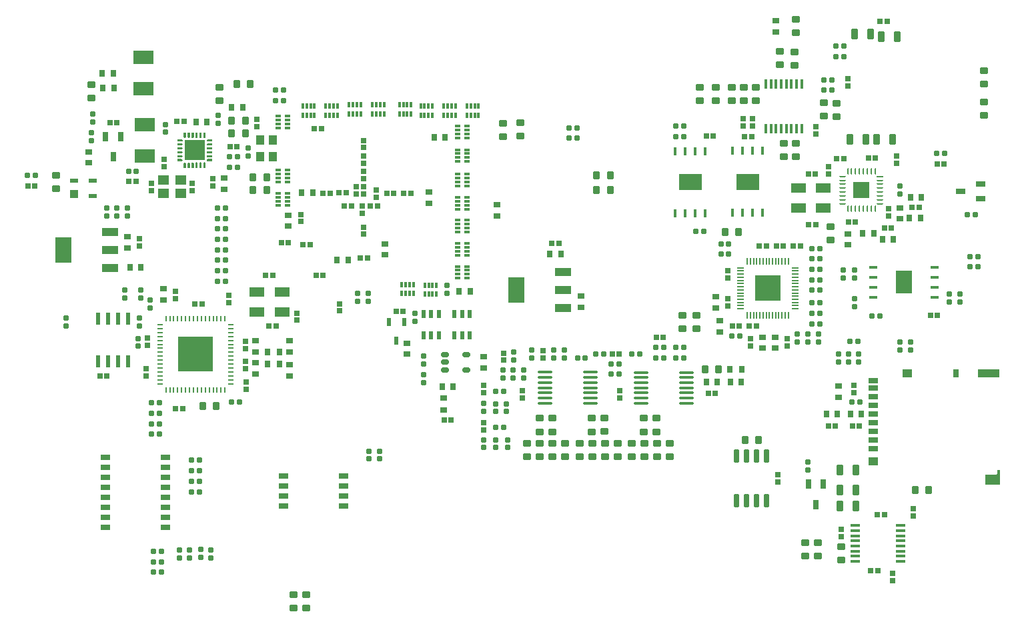
<source format=gbp>
G04*
G04 #@! TF.GenerationSoftware,Altium Limited,Altium Designer,23.10.1 (27)*
G04*
G04 Layer_Color=128*
%FSLAX44Y44*%
%MOMM*%
G71*
G04*
G04 #@! TF.SameCoordinates,A260BEBF-06BD-4FBC-8D66-A32A8B5517DE*
G04*
G04*
G04 #@! TF.FilePolarity,Positive*
G04*
G01*
G75*
%ADD25R,0.8000X1.0000*%
%ADD32R,0.6400X0.6400*%
%ADD33R,0.9500X0.7500*%
G04:AMPARAMS|DCode=41|XSize=0.6mm|YSize=0.6mm|CornerRadius=0.06mm|HoleSize=0mm|Usage=FLASHONLY|Rotation=90.000|XOffset=0mm|YOffset=0mm|HoleType=Round|Shape=RoundedRectangle|*
%AMROUNDEDRECTD41*
21,1,0.6000,0.4800,0,0,90.0*
21,1,0.4800,0.6000,0,0,90.0*
1,1,0.1200,0.2400,0.2400*
1,1,0.1200,0.2400,-0.2400*
1,1,0.1200,-0.2400,-0.2400*
1,1,0.1200,-0.2400,0.2400*
%
%ADD41ROUNDEDRECTD41*%
%ADD42R,0.7500X0.9500*%
%ADD51R,0.6000X1.5500*%
G04:AMPARAMS|DCode=54|XSize=0.6mm|YSize=0.6mm|CornerRadius=0.06mm|HoleSize=0mm|Usage=FLASHONLY|Rotation=180.000|XOffset=0mm|YOffset=0mm|HoleType=Round|Shape=RoundedRectangle|*
%AMROUNDEDRECTD54*
21,1,0.6000,0.4800,0,0,180.0*
21,1,0.4800,0.6000,0,0,180.0*
1,1,0.1200,-0.2400,0.2400*
1,1,0.1200,0.2400,0.2400*
1,1,0.1200,0.2400,-0.2400*
1,1,0.1200,-0.2400,-0.2400*
%
%ADD54ROUNDEDRECTD54*%
G04:AMPARAMS|DCode=58|XSize=1mm|YSize=0.9mm|CornerRadius=0.1125mm|HoleSize=0mm|Usage=FLASHONLY|Rotation=0.000|XOffset=0mm|YOffset=0mm|HoleType=Round|Shape=RoundedRectangle|*
%AMROUNDEDRECTD58*
21,1,1.0000,0.6750,0,0,0.0*
21,1,0.7750,0.9000,0,0,0.0*
1,1,0.2250,0.3875,-0.3375*
1,1,0.2250,-0.3875,-0.3375*
1,1,0.2250,-0.3875,0.3375*
1,1,0.2250,0.3875,0.3375*
%
%ADD58ROUNDEDRECTD58*%
G04:AMPARAMS|DCode=137|XSize=1mm|YSize=0.9mm|CornerRadius=0.1125mm|HoleSize=0mm|Usage=FLASHONLY|Rotation=90.000|XOffset=0mm|YOffset=0mm|HoleType=Round|Shape=RoundedRectangle|*
%AMROUNDEDRECTD137*
21,1,1.0000,0.6750,0,0,90.0*
21,1,0.7750,0.9000,0,0,90.0*
1,1,0.2250,0.3375,0.3875*
1,1,0.2250,0.3375,-0.3875*
1,1,0.2250,-0.3375,-0.3875*
1,1,0.2250,-0.3375,0.3875*
%
%ADD137ROUNDEDRECTD137*%
%ADD138R,0.3000X0.6500*%
%ADD139R,0.6400X0.6400*%
G04:AMPARAMS|DCode=140|XSize=0.4mm|YSize=1.2mm|CornerRadius=0.05mm|HoleSize=0mm|Usage=FLASHONLY|Rotation=90.000|XOffset=0mm|YOffset=0mm|HoleType=Round|Shape=RoundedRectangle|*
%AMROUNDEDRECTD140*
21,1,0.4000,1.1000,0,0,90.0*
21,1,0.3000,1.2000,0,0,90.0*
1,1,0.1000,0.5500,0.1500*
1,1,0.1000,0.5500,-0.1500*
1,1,0.1000,-0.5500,-0.1500*
1,1,0.1000,-0.5500,0.1500*
%
%ADD140ROUNDEDRECTD140*%
G04:AMPARAMS|DCode=141|XSize=1.3mm|YSize=0.8mm|CornerRadius=0.1mm|HoleSize=0mm|Usage=FLASHONLY|Rotation=90.000|XOffset=0mm|YOffset=0mm|HoleType=Round|Shape=RoundedRectangle|*
%AMROUNDEDRECTD141*
21,1,1.3000,0.6000,0,0,90.0*
21,1,1.1000,0.8000,0,0,90.0*
1,1,0.2000,0.3000,0.5500*
1,1,0.2000,0.3000,-0.5500*
1,1,0.2000,-0.3000,-0.5500*
1,1,0.2000,-0.3000,0.5500*
%
%ADD141ROUNDEDRECTD141*%
%ADD142R,1.2700X0.7600*%
%ADD143R,0.6000X1.0000*%
G04:AMPARAMS|DCode=144|XSize=1.05mm|YSize=0.6mm|CornerRadius=0.15mm|HoleSize=0mm|Usage=FLASHONLY|Rotation=180.000|XOffset=0mm|YOffset=0mm|HoleType=Round|Shape=RoundedRectangle|*
%AMROUNDEDRECTD144*
21,1,1.0500,0.3000,0,0,180.0*
21,1,0.7500,0.6000,0,0,180.0*
1,1,0.3000,-0.3750,0.1500*
1,1,0.3000,0.3750,0.1500*
1,1,0.3000,0.3750,-0.1500*
1,1,0.3000,-0.3750,-0.1500*
%
%ADD144ROUNDEDRECTD144*%
%ADD145O,2.0000X0.3500*%
G04:AMPARAMS|DCode=146|XSize=0.4mm|YSize=1.2mm|CornerRadius=0.05mm|HoleSize=0mm|Usage=FLASHONLY|Rotation=180.000|XOffset=0mm|YOffset=0mm|HoleType=Round|Shape=RoundedRectangle|*
%AMROUNDEDRECTD146*
21,1,0.4000,1.1000,0,0,180.0*
21,1,0.3000,1.2000,0,0,180.0*
1,1,0.1000,-0.1500,0.5500*
1,1,0.1000,0.1500,0.5500*
1,1,0.1000,0.1500,-0.5500*
1,1,0.1000,-0.1500,-0.5500*
%
%ADD146ROUNDEDRECTD146*%
%ADD147R,1.2000X0.6500*%
G04:AMPARAMS|DCode=148|XSize=0.8078mm|YSize=0.2393mm|CornerRadius=0.1196mm|HoleSize=0mm|Usage=FLASHONLY|Rotation=180.000|XOffset=0mm|YOffset=0mm|HoleType=Round|Shape=RoundedRectangle|*
%AMROUNDEDRECTD148*
21,1,0.8078,0.0000,0,0,180.0*
21,1,0.5686,0.2393,0,0,180.0*
1,1,0.2393,-0.2843,0.0000*
1,1,0.2393,0.2843,0.0000*
1,1,0.2393,0.2843,0.0000*
1,1,0.2393,-0.2843,0.0000*
%
%ADD148ROUNDEDRECTD148*%
G04:AMPARAMS|DCode=149|XSize=0.2393mm|YSize=0.8078mm|CornerRadius=0.1196mm|HoleSize=0mm|Usage=FLASHONLY|Rotation=180.000|XOffset=0mm|YOffset=0mm|HoleType=Round|Shape=RoundedRectangle|*
%AMROUNDEDRECTD149*
21,1,0.2393,0.5686,0,0,180.0*
21,1,0.0000,0.8078,0,0,180.0*
1,1,0.2393,0.0000,0.2843*
1,1,0.2393,0.0000,0.2843*
1,1,0.2393,0.0000,-0.2843*
1,1,0.2393,0.0000,-0.2843*
%
%ADD149ROUNDEDRECTD149*%
%ADD150R,1.9000X1.2000*%
G04:AMPARAMS|DCode=153|XSize=1.0611mm|YSize=0.3925mm|CornerRadius=0.1962mm|HoleSize=0mm|Usage=FLASHONLY|Rotation=90.000|XOffset=0mm|YOffset=0mm|HoleType=Round|Shape=RoundedRectangle|*
%AMROUNDEDRECTD153*
21,1,1.0611,0.0000,0,0,90.0*
21,1,0.6686,0.3925,0,0,90.0*
1,1,0.3925,0.0000,0.3343*
1,1,0.3925,0.0000,-0.3343*
1,1,0.3925,0.0000,-0.3343*
1,1,0.3925,0.0000,0.3343*
%
%ADD153ROUNDEDRECTD153*%
G04:AMPARAMS|DCode=155|XSize=1.0611mm|YSize=0.3925mm|CornerRadius=0.1962mm|HoleSize=0mm|Usage=FLASHONLY|Rotation=0.000|XOffset=0mm|YOffset=0mm|HoleType=Round|Shape=RoundedRectangle|*
%AMROUNDEDRECTD155*
21,1,1.0611,0.0000,0,0,0.0*
21,1,0.6686,0.3925,0,0,0.0*
1,1,0.3925,0.3343,0.0000*
1,1,0.3925,-0.3343,0.0000*
1,1,0.3925,-0.3343,0.0000*
1,1,0.3925,0.3343,0.0000*
%
%ADD155ROUNDEDRECTD155*%
%ADD156R,2.8000X1.0000*%
%ADD157R,1.2000X1.0000*%
%ADD158R,3.2000X3.2000*%
%ADD159R,0.2000X0.8500*%
%ADD160R,0.9500X0.8000*%
%ADD161C,1.1447*%
%ADD162R,1.2000X0.7000*%
%ADD163R,0.6500X1.2000*%
%ADD164R,2.1500X1.0000*%
G04:AMPARAMS|DCode=165|XSize=0.65mm|YSize=1.65mm|CornerRadius=0.0488mm|HoleSize=0mm|Usage=FLASHONLY|Rotation=0.000|XOffset=0mm|YOffset=0mm|HoleType=Round|Shape=RoundedRectangle|*
%AMROUNDEDRECTD165*
21,1,0.6500,1.5525,0,0,0.0*
21,1,0.5525,1.6500,0,0,0.0*
1,1,0.0975,0.2763,-0.7763*
1,1,0.0975,-0.2763,-0.7763*
1,1,0.0975,-0.2763,0.7763*
1,1,0.0975,0.2763,0.7763*
%
%ADD165ROUNDEDRECTD165*%
%ADD166R,1.1000X1.3000*%
%ADD167R,2.5000X2.5000*%
%ADD168R,1.4000X1.2000*%
%ADD169R,1.0000X1.0000*%
%ADD170O,0.7500X0.2500*%
%ADD171R,4.5000X4.5000*%
%ADD172O,0.2500X0.7500*%
%ADD173R,0.6500X0.3000*%
%ADD174R,0.6400X0.9200*%
%ADD175R,2.1500X3.2500*%
%ADD176R,0.3925X1.0611*%
%ADD177R,1.0611X0.3925*%
%ADD178R,0.8078X0.2393*%
%ADD179C,0.2520*%
%ADD180R,0.8500X0.2000*%
%ADD181R,2.5000X1.7000*%
%ADD182R,1.0000X0.6000*%
%ADD183R,0.9200X0.6400*%
%ADD215R,2.9724X2.0724*%
%ADD216R,2.0724X2.9724*%
%ADD217R,2.0239X2.0239*%
G36*
X633280Y887807D02*
X633674Y887413D01*
X633887Y886898D01*
Y886620D01*
Y886341D01*
X633674Y885827D01*
X633280Y885433D01*
X632766Y885220D01*
X626987D01*
Y888020D01*
X632766D01*
X633280Y887807D01*
D02*
G37*
G36*
X632487Y893020D02*
X632766D01*
X633280Y892807D01*
X633674Y892413D01*
X633887Y891898D01*
Y891620D01*
Y891341D01*
X633674Y890827D01*
X633280Y890433D01*
X632766Y890220D01*
X626987D01*
Y893020D01*
X632487D01*
Y893020D01*
D02*
G37*
G36*
X633280Y897807D02*
X633674Y897413D01*
X633887Y896898D01*
Y896620D01*
Y896341D01*
X633674Y895827D01*
X633280Y895433D01*
X632766Y895220D01*
X626987D01*
Y898020D01*
X632766D01*
X633280Y897807D01*
D02*
G37*
G36*
X637556Y883532D02*
X637949Y883138D01*
X638162Y882624D01*
Y882345D01*
Y876845D01*
X635363D01*
Y882345D01*
Y882624D01*
X635576Y883138D01*
X635970Y883532D01*
X636484Y883745D01*
X637041D01*
X637556Y883532D01*
D02*
G37*
G36*
X642555D02*
X642949Y883138D01*
X643163Y882624D01*
Y882345D01*
X643163Y876845D01*
X640362D01*
Y882345D01*
Y882624D01*
X640576Y883138D01*
X640969Y883532D01*
X641484Y883745D01*
X642041D01*
X642555Y883532D01*
D02*
G37*
G36*
X647556D02*
X647949Y883138D01*
X648163Y882624D01*
Y882345D01*
Y876845D01*
X645362D01*
Y882345D01*
Y882624D01*
X645576Y883138D01*
X645969Y883532D01*
X646484Y883745D01*
X647041D01*
X647556Y883532D01*
D02*
G37*
G36*
X633280Y902807D02*
X633674Y902413D01*
X633887Y901898D01*
Y901620D01*
Y901341D01*
X633674Y900827D01*
X633280Y900433D01*
X632766Y900220D01*
X626987D01*
Y903020D01*
X632766D01*
X633280Y902807D01*
D02*
G37*
G36*
Y907807D02*
X633674Y907413D01*
X633887Y906898D01*
Y906620D01*
Y906341D01*
X633674Y905827D01*
X633280Y905433D01*
X632766Y905220D01*
X632487D01*
X626987Y905220D01*
Y908020D01*
X632766D01*
X633280Y907807D01*
D02*
G37*
G36*
Y912807D02*
X633674Y912413D01*
X633887Y911898D01*
Y911620D01*
Y911341D01*
X633674Y910827D01*
X633280Y910433D01*
X632766Y910220D01*
X626987D01*
Y913020D01*
X632766D01*
X633280Y912807D01*
D02*
G37*
G36*
X638162Y915895D02*
Y915617D01*
X637949Y915102D01*
X637556Y914708D01*
X637041Y914495D01*
X636484D01*
X635970Y914708D01*
X635576Y915102D01*
X635363Y915617D01*
Y915895D01*
Y921395D01*
X638162D01*
Y915895D01*
D02*
G37*
G36*
X643163D02*
X643163D01*
Y915617D01*
X642949Y915102D01*
X642555Y914708D01*
X642041Y914495D01*
X641484D01*
X640969Y914708D01*
X640576Y915102D01*
X640362Y915617D01*
Y915895D01*
Y921395D01*
X643163D01*
Y915895D01*
D02*
G37*
G36*
X648163D02*
Y915617D01*
X647949Y915102D01*
X647556Y914708D01*
X647041Y914495D01*
X646484D01*
X645969Y914708D01*
X645576Y915102D01*
X645362Y915617D01*
Y915895D01*
Y921395D01*
X648163D01*
Y915895D01*
D02*
G37*
G36*
X663163D02*
Y915617D01*
X662949Y915102D01*
X662555Y914708D01*
X662041Y914495D01*
X661484D01*
X660969Y914708D01*
X660576Y915102D01*
X660362Y915617D01*
Y915895D01*
Y921395D01*
X663163D01*
Y915895D01*
D02*
G37*
G36*
X658163D02*
Y915617D01*
X657949Y915102D01*
X657556Y914708D01*
X657041Y914495D01*
X656484D01*
X655969Y914708D01*
X655576Y915102D01*
X655362Y915617D01*
Y915895D01*
X655362Y921395D01*
X658163D01*
Y915895D01*
D02*
G37*
G36*
X653163D02*
Y915617D01*
X652949Y915102D01*
X652555Y914708D01*
X652041Y914495D01*
X651484D01*
X650969Y914708D01*
X650576Y915102D01*
X650362Y915617D01*
Y915895D01*
Y921395D01*
X653163D01*
Y915895D01*
D02*
G37*
G36*
X671537Y910220D02*
X665759D01*
X665245Y910433D01*
X664851Y910827D01*
X664638Y911341D01*
Y911620D01*
Y911898D01*
X664851Y912413D01*
X665245Y912807D01*
X665759Y913020D01*
X671537D01*
Y910220D01*
D02*
G37*
G36*
Y905220D02*
X666038D01*
Y905220D01*
X665759D01*
X665245Y905433D01*
X664851Y905827D01*
X664638Y906341D01*
Y906620D01*
Y906898D01*
X664851Y907413D01*
X665245Y907807D01*
X665759Y908020D01*
X671537D01*
Y905220D01*
D02*
G37*
G36*
Y900220D02*
X665759D01*
X665245Y900433D01*
X664851Y900827D01*
X664638Y901341D01*
Y901620D01*
Y901898D01*
X664851Y902413D01*
X665245Y902807D01*
X665759Y903020D01*
X671537D01*
Y900220D01*
D02*
G37*
G36*
Y895220D02*
X665759D01*
X665245Y895433D01*
X664851Y895827D01*
X664638Y896341D01*
Y896620D01*
Y896898D01*
X664851Y897413D01*
X665245Y897807D01*
X665759Y898020D01*
X671537D01*
Y895220D01*
D02*
G37*
G36*
Y890220D02*
X665759D01*
X665245Y890433D01*
X664851Y890827D01*
X664638Y891341D01*
Y891620D01*
Y891898D01*
X664851Y892413D01*
X665245Y892807D01*
X665759Y893020D01*
X666038D01*
X671537Y893020D01*
Y890220D01*
D02*
G37*
G36*
Y885220D02*
X665759D01*
X665245Y885433D01*
X664851Y885827D01*
X664638Y886341D01*
Y886620D01*
Y886898D01*
X664851Y887413D01*
X665245Y887807D01*
X665759Y888020D01*
X671537D01*
Y885220D01*
D02*
G37*
G36*
X662555Y883532D02*
X662949Y883138D01*
X663163Y882624D01*
Y882345D01*
Y876845D01*
X660362D01*
Y882345D01*
Y882624D01*
X660576Y883138D01*
X660969Y883532D01*
X661484Y883745D01*
X662041D01*
X662555Y883532D01*
D02*
G37*
G36*
X657556D02*
X657949Y883138D01*
X658163Y882624D01*
Y882345D01*
Y876845D01*
X655362D01*
Y882345D01*
X655362D01*
Y882624D01*
X655576Y883138D01*
X655969Y883532D01*
X656484Y883745D01*
X657041D01*
X657556Y883532D01*
D02*
G37*
G36*
X652555D02*
X652949Y883138D01*
X653163Y882624D01*
Y882345D01*
Y876845D01*
X650362D01*
Y882345D01*
Y882624D01*
X650576Y883138D01*
X650969Y883532D01*
X651484Y883745D01*
X652041D01*
X652555Y883532D01*
D02*
G37*
G36*
X1671350Y474346D02*
X1652350D01*
Y487346D01*
X1666350D01*
X1667850Y488846D01*
Y492846D01*
X1671350D01*
Y474346D01*
D02*
G37*
D25*
X1615850Y615846D02*
D03*
D32*
X1470000Y417600D02*
D03*
Y408400D02*
D03*
X1540000Y891600D02*
D03*
Y882400D02*
D03*
X1453725Y869139D02*
D03*
Y878339D02*
D03*
X728000Y938600D02*
D03*
Y929400D02*
D03*
X864000Y862730D02*
D03*
Y871930D02*
D03*
Y843400D02*
D03*
Y852600D02*
D03*
X854000Y843400D02*
D03*
Y852600D02*
D03*
X861963Y819360D02*
D03*
Y828560D02*
D03*
X1065324Y584600D02*
D03*
X1188720Y584680D02*
D03*
X1478280Y990120D02*
D03*
X1437640Y929160D02*
D03*
X1357652Y939320D02*
D03*
X1345473D02*
D03*
X1530350Y825020D02*
D03*
X880000Y839400D02*
D03*
X1485900Y600776D02*
D03*
X1401587Y659920D02*
D03*
X1354370Y650720D02*
D03*
X1561000Y443600D02*
D03*
X1535000Y352400D02*
D03*
X1389380Y478000D02*
D03*
X1325880Y737080D02*
D03*
Y701520D02*
D03*
X864000Y902400D02*
D03*
Y891600D02*
D03*
Y801600D02*
D03*
X784000Y808480D02*
D03*
X610870Y878050D02*
D03*
X672467Y853534D02*
D03*
X646430Y856770D02*
D03*
X594795Y847570D02*
D03*
X579000Y786600D02*
D03*
X833000Y704200D02*
D03*
X779331Y683177D02*
D03*
X693000Y714600D02*
D03*
X714000Y647400D02*
D03*
Y622000D02*
D03*
X715000Y595800D02*
D03*
X625000Y719600D02*
D03*
X589000Y660600D02*
D03*
X588000Y612400D02*
D03*
X1485900Y591576D02*
D03*
X1530350Y815820D02*
D03*
X1478280Y980920D02*
D03*
X693000Y705400D02*
D03*
X589000Y651400D02*
D03*
X715000Y605000D02*
D03*
X588000Y621600D02*
D03*
X1016000Y544196D02*
D03*
X784000Y817679D02*
D03*
X880000Y848600D02*
D03*
X1016000Y590945D02*
D03*
X1091578Y635480D02*
D03*
X1041400Y641585D02*
D03*
X625000Y710400D02*
D03*
X864000Y792400D02*
D03*
Y911600D02*
D03*
Y882400D02*
D03*
X1389380Y487200D02*
D03*
X1325880Y710720D02*
D03*
Y746280D02*
D03*
X1016000Y553396D02*
D03*
X1091578Y644680D02*
D03*
X1016000Y600144D02*
D03*
X1041400Y632385D02*
D03*
X779331Y692377D02*
D03*
X1401587Y650720D02*
D03*
X1354370Y659920D02*
D03*
X833000Y695000D02*
D03*
X1345473Y930120D02*
D03*
X1357652D02*
D03*
X1437640Y919960D02*
D03*
X579000Y777400D02*
D03*
X1561000Y434400D02*
D03*
X1535000Y361600D02*
D03*
X1065324Y593800D02*
D03*
X1188720Y593880D02*
D03*
X714000Y656600D02*
D03*
Y631200D02*
D03*
X646430Y847570D02*
D03*
X594795Y856770D02*
D03*
X610870Y887250D02*
D03*
X672467Y862735D02*
D03*
D33*
X1016000Y636920D02*
D03*
X919000Y640000D02*
D03*
X1386840Y1049640D02*
D03*
X1544320Y826150D02*
D03*
X947000Y846000D02*
D03*
X1033000Y830000D02*
D03*
X1478280Y779130D02*
D03*
X1466850Y599578D02*
D03*
X890730Y766290D02*
D03*
X1310640Y699120D02*
D03*
X1315720Y668640D02*
D03*
X1140000Y714000D02*
D03*
X768000Y802482D02*
D03*
X514682Y883270D02*
D03*
X686816Y849488D02*
D03*
X564000Y789000D02*
D03*
X769620Y657240D02*
D03*
X726440Y615300D02*
D03*
Y643240D02*
D03*
X769620Y612760D02*
D03*
X610000Y723000D02*
D03*
X1466850Y585578D02*
D03*
X1544320Y812150D02*
D03*
X947000Y832000D02*
D03*
X1478280Y793130D02*
D03*
X768000Y816481D02*
D03*
X1033000Y816000D02*
D03*
X769620Y626760D02*
D03*
Y643240D02*
D03*
X1140000Y700000D02*
D03*
X1310640Y713120D02*
D03*
X890730Y780290D02*
D03*
X919000Y654000D02*
D03*
X1315720Y682640D02*
D03*
X1386840Y1063640D02*
D03*
X564000Y775000D02*
D03*
X1016000Y622920D02*
D03*
X610000Y709000D02*
D03*
X726440Y657240D02*
D03*
Y629300D02*
D03*
X686816Y863488D02*
D03*
X514682Y897270D02*
D03*
D41*
X1633000Y751000D02*
D03*
X1643000D02*
D03*
X1124590Y927689D02*
D03*
X1134590D02*
D03*
Y914400D02*
D03*
X1124590D02*
D03*
X1178165Y627968D02*
D03*
X1158320Y640080D02*
D03*
X1269920Y635351D02*
D03*
Y648639D02*
D03*
X1473120Y1017952D02*
D03*
X1601000Y895000D02*
D03*
X703500Y877392D02*
D03*
X565230Y872364D02*
D03*
X447000Y867000D02*
D03*
X1643000Y764000D02*
D03*
X1633000D02*
D03*
X1640000Y817000D02*
D03*
X1630000D02*
D03*
X688345Y732766D02*
D03*
X678345D02*
D03*
Y746055D02*
D03*
X688345D02*
D03*
X678345Y759343D02*
D03*
X688345D02*
D03*
X678345Y772632D02*
D03*
X688345D02*
D03*
X678505Y785920D02*
D03*
X688505D02*
D03*
X678345Y799209D02*
D03*
X688345D02*
D03*
X678345Y812497D02*
D03*
X688345D02*
D03*
X678345Y825786D02*
D03*
X688345D02*
D03*
X604440Y578399D02*
D03*
X594440D02*
D03*
X604440Y565110D02*
D03*
X594440D02*
D03*
X604440Y551768D02*
D03*
X594440D02*
D03*
X604440Y538480D02*
D03*
X594440D02*
D03*
X655320Y505460D02*
D03*
X645320D02*
D03*
X655240Y492172D02*
D03*
X645240D02*
D03*
X655320Y478883D02*
D03*
X645320D02*
D03*
X655240Y464820D02*
D03*
X645240D02*
D03*
X607060Y363220D02*
D03*
X597060D02*
D03*
X606980Y376508D02*
D03*
X596980D02*
D03*
X606980Y389797D02*
D03*
X596980D02*
D03*
X1490900Y656035D02*
D03*
X1480900D02*
D03*
X1493440Y579120D02*
D03*
X1483440D02*
D03*
X1591000Y895000D02*
D03*
X1168320Y640080D02*
D03*
X1442640Y761226D02*
D03*
X1432640D02*
D03*
X703500Y890680D02*
D03*
X693500D02*
D03*
X1518840Y688366D02*
D03*
X1442640Y692057D02*
D03*
X1285320Y796306D02*
D03*
X1259920Y929640D02*
D03*
Y916234D02*
D03*
X751920Y962072D02*
D03*
X1331040Y662906D02*
D03*
X1031320Y546810D02*
D03*
X1234520Y648639D02*
D03*
X1031320Y592530D02*
D03*
X1442640Y678768D02*
D03*
X1259920Y648639D02*
D03*
X1204040Y640351D02*
D03*
X1508840Y688366D02*
D03*
X1341040Y662906D02*
D03*
X761920Y975360D02*
D03*
X751920D02*
D03*
X761920Y962072D02*
D03*
X1317070Y780368D02*
D03*
X1327070D02*
D03*
X1442640Y774514D02*
D03*
X1432640D02*
D03*
X1317150Y767080D02*
D03*
X1327150D02*
D03*
X1442640Y747937D02*
D03*
X1432640D02*
D03*
X1442560Y734649D02*
D03*
X1432560D02*
D03*
X1269920Y916234D02*
D03*
X1442560Y721360D02*
D03*
X1432560D02*
D03*
X1442640Y705346D02*
D03*
X1432640D02*
D03*
X1269920Y929640D02*
D03*
X1432640Y692057D02*
D03*
X1295320Y796306D02*
D03*
X1432640Y678768D02*
D03*
X1473120Y1031240D02*
D03*
X1463120D02*
D03*
Y1017952D02*
D03*
X1447880Y975360D02*
D03*
X1457880D02*
D03*
X1447880Y988649D02*
D03*
X1457880D02*
D03*
X1244520Y648639D02*
D03*
X1234600Y635351D02*
D03*
X1244600D02*
D03*
X1259920D02*
D03*
X1214040Y640351D02*
D03*
X1145031Y635472D02*
D03*
X1135032D02*
D03*
X1178165Y614680D02*
D03*
X1188165D02*
D03*
Y627968D02*
D03*
X1041320Y546810D02*
D03*
Y592530D02*
D03*
X696040Y579120D02*
D03*
X706040D02*
D03*
X575230Y872364D02*
D03*
X693500Y877392D02*
D03*
X437000Y867000D02*
D03*
D42*
X798958Y844836D02*
D03*
X784958D02*
D03*
X977280Y598869D02*
D03*
X1312645Y604496D02*
D03*
X1557640Y839470D02*
D03*
X967120Y915670D02*
D03*
X1536080Y785760D02*
D03*
X1343040Y604496D02*
D03*
X1481440Y563880D02*
D03*
X1450960D02*
D03*
X1114000Y767000D02*
D03*
X998870Y719563D02*
D03*
X710100Y953180D02*
D03*
X664860Y934720D02*
D03*
X532100Y996950D02*
D03*
X532750Y977900D02*
D03*
X829921Y760000D02*
D03*
X581000Y750000D02*
D03*
X1571640Y839470D02*
D03*
X1522080Y785760D02*
D03*
X1100000Y767000D02*
D03*
X843921Y760000D02*
D03*
X984870Y719563D02*
D03*
X1464960Y563880D02*
D03*
X1495440D02*
D03*
X953120Y915670D02*
D03*
X567000Y750000D02*
D03*
X1329040Y604496D02*
D03*
X1298645Y604496D02*
D03*
X963280Y598869D02*
D03*
X696100Y953180D02*
D03*
X650860Y934720D02*
D03*
X546100Y996950D02*
D03*
X546750Y977900D02*
D03*
D51*
X527050Y684860D02*
D03*
X539750D02*
D03*
X552450D02*
D03*
X565150D02*
D03*
X552450Y630860D02*
D03*
X527050D02*
D03*
X539750D02*
D03*
X565150D02*
D03*
D54*
X593000Y699000D02*
D03*
Y709000D02*
D03*
X929000Y692000D02*
D03*
Y682000D02*
D03*
X940000Y604000D02*
D03*
X1031240Y521490D02*
D03*
X1016000D02*
D03*
X1031240Y567210D02*
D03*
X1016000Y567290D02*
D03*
X1053512Y609680D02*
D03*
X1040223D02*
D03*
X1118188Y635472D02*
D03*
X1076960D02*
D03*
X1544320Y843360D02*
D03*
X1427480Y502840D02*
D03*
X716788Y901907D02*
D03*
X520000Y945000D02*
D03*
X486000Y676000D02*
D03*
Y686000D02*
D03*
X560796Y721608D02*
D03*
X560796Y711608D02*
D03*
X580810Y711280D02*
D03*
Y721280D02*
D03*
X550592Y825565D02*
D03*
Y815565D02*
D03*
X563880Y825420D02*
D03*
Y815420D02*
D03*
X537303Y825565D02*
D03*
Y815565D02*
D03*
X969556Y717630D02*
D03*
Y727630D02*
D03*
X884000Y517000D02*
D03*
Y507000D02*
D03*
X870000Y517000D02*
D03*
Y507000D02*
D03*
X579120Y675720D02*
D03*
Y685720D02*
D03*
X1466850Y640000D02*
D03*
Y630000D02*
D03*
X1479550Y640000D02*
D03*
Y630000D02*
D03*
X1492250Y640000D02*
D03*
Y630000D02*
D03*
X1544320Y655240D02*
D03*
Y645240D02*
D03*
X1558290Y645160D02*
D03*
Y655160D02*
D03*
X1544320Y853360D02*
D03*
X630000Y391000D02*
D03*
Y381000D02*
D03*
X643000Y391000D02*
D03*
Y381000D02*
D03*
X657000Y392000D02*
D03*
Y382000D02*
D03*
X670000Y381000D02*
D03*
Y391000D02*
D03*
X1487186Y710263D02*
D03*
Y700263D02*
D03*
X716788Y891907D02*
D03*
X1016000Y531490D02*
D03*
X1487170Y746680D02*
D03*
X1016000Y577290D02*
D03*
X1104900Y635472D02*
D03*
X869259Y717062D02*
D03*
X855971Y716982D02*
D03*
X1054134Y642969D02*
D03*
X1607114Y706200D02*
D03*
X1472635Y746765D02*
D03*
X1414321Y655320D02*
D03*
X1076960Y645472D02*
D03*
X1620520Y706200D02*
D03*
X1440898Y655320D02*
D03*
X1040223Y619680D02*
D03*
X1427609Y655480D02*
D03*
X940000Y614000D02*
D03*
X1427480Y492840D02*
D03*
X855971Y706982D02*
D03*
X869259Y707062D02*
D03*
X1472635Y736765D02*
D03*
X1487170Y736680D02*
D03*
X1620520Y716200D02*
D03*
X1607114D02*
D03*
X1414321Y665320D02*
D03*
X1440898D02*
D03*
X1427609Y665480D02*
D03*
X1118188Y645472D02*
D03*
X1104900D02*
D03*
X1066800Y619680D02*
D03*
Y609680D02*
D03*
X1054134Y632969D02*
D03*
X1031240Y577210D02*
D03*
X1053512Y619680D02*
D03*
X1044529Y567210D02*
D03*
Y577210D02*
D03*
X1031240Y531490D02*
D03*
X1046480Y521490D02*
D03*
Y531490D02*
D03*
X940000Y638000D02*
D03*
Y628000D02*
D03*
X577810Y650105D02*
D03*
Y660105D02*
D03*
X679450Y933610D02*
D03*
Y943610D02*
D03*
X612024Y921869D02*
D03*
Y931869D02*
D03*
X520000Y935000D02*
D03*
X517821Y911174D02*
D03*
Y921173D02*
D03*
D58*
X1041000Y916500D02*
D03*
Y933500D02*
D03*
X1063000Y917000D02*
D03*
Y934000D02*
D03*
X1087200Y558679D02*
D03*
X1103219D02*
D03*
X1153240D02*
D03*
X1169258Y558800D02*
D03*
X1219200Y558679D02*
D03*
X1235219D02*
D03*
X1463819Y958460D02*
D03*
X1412240Y1048140D02*
D03*
X1410415Y1024040D02*
D03*
X1391920Y1024500D02*
D03*
X1330960Y961780D02*
D03*
X680832Y978780D02*
D03*
X518000Y982500D02*
D03*
X473710Y850020D02*
D03*
X1268000Y689500D02*
D03*
Y672500D02*
D03*
X1651000Y960500D02*
D03*
Y943500D02*
D03*
Y1000500D02*
D03*
Y983500D02*
D03*
X1456690Y802250D02*
D03*
Y785250D02*
D03*
X1286000Y689500D02*
D03*
Y672500D02*
D03*
X680832Y961780D02*
D03*
X1138000Y526660D02*
D03*
X1203960D02*
D03*
X1119237D02*
D03*
X1186056D02*
D03*
X774700Y317382D02*
D03*
X1424161Y383930D02*
D03*
X791090Y317382D02*
D03*
X1470000Y378500D02*
D03*
X1440180Y383930D02*
D03*
X1252016Y526660D02*
D03*
X1087200D02*
D03*
X1440180Y400930D02*
D03*
X1290320Y978780D02*
D03*
Y961780D02*
D03*
X1447800Y959731D02*
D03*
Y942730D02*
D03*
X1463819Y941460D02*
D03*
X1361440Y978780D02*
D03*
Y961780D02*
D03*
X1412240Y1065140D02*
D03*
X1310640Y961780D02*
D03*
Y978780D02*
D03*
X1410415Y1007040D02*
D03*
X1397000Y890660D02*
D03*
Y907660D02*
D03*
X1391920Y1007500D02*
D03*
X1330960Y978780D02*
D03*
X1412240Y890660D02*
D03*
Y907660D02*
D03*
X1346200Y978780D02*
D03*
Y961780D02*
D03*
X1235219Y541679D02*
D03*
X1219200D02*
D03*
X1219979Y509660D02*
D03*
Y526660D02*
D03*
X1235997Y509660D02*
D03*
Y526660D02*
D03*
X1203960Y509660D02*
D03*
X1252016D02*
D03*
X1470000Y395500D02*
D03*
X1087200Y541679D02*
D03*
X1103219D02*
D03*
X1169258Y541800D02*
D03*
X1153240Y541679D02*
D03*
X1087200Y509660D02*
D03*
X1103219D02*
D03*
Y526660D02*
D03*
X1170037Y509660D02*
D03*
Y526660D02*
D03*
X1154018Y509660D02*
D03*
Y526660D02*
D03*
X1138000Y509660D02*
D03*
X1186056D02*
D03*
X1071181D02*
D03*
Y526660D02*
D03*
X1119237Y509660D02*
D03*
X791090Y334382D02*
D03*
X1424161Y400930D02*
D03*
X774700Y334382D02*
D03*
X518000Y965500D02*
D03*
X473710Y867020D02*
D03*
D137*
X1159500Y867000D02*
D03*
X1176500D02*
D03*
X1159500Y849000D02*
D03*
X1176500D02*
D03*
X1580500Y468000D02*
D03*
X659520Y574040D02*
D03*
X740500Y848343D02*
D03*
X702700Y982980D02*
D03*
X719700D02*
D03*
X723500Y848343D02*
D03*
Y864361D02*
D03*
X740500D02*
D03*
X1339280Y795400D02*
D03*
X1322280D02*
D03*
X1563500Y468000D02*
D03*
X1314060Y620764D02*
D03*
X1297060D02*
D03*
X1364860Y530860D02*
D03*
X1347860D02*
D03*
X676520Y574040D02*
D03*
X696350Y936911D02*
D03*
X713350D02*
D03*
X713383Y920892D02*
D03*
X696384D02*
D03*
D138*
X970359Y943540D02*
D03*
X975359D02*
D03*
X980359D02*
D03*
X965359Y943540D02*
D03*
X965359Y955040D02*
D03*
X970359D02*
D03*
X975359D02*
D03*
X980359D02*
D03*
X801389D02*
D03*
X796389D02*
D03*
X791389D02*
D03*
X786389D02*
D03*
X791389Y943540D02*
D03*
X786389D02*
D03*
X801389D02*
D03*
X796389D02*
D03*
X815677Y955040D02*
D03*
X820677D02*
D03*
X825677Y955040D02*
D03*
X830677D02*
D03*
X815677Y943540D02*
D03*
X820677D02*
D03*
X825677D02*
D03*
X830677D02*
D03*
X860000Y956655D02*
D03*
X855000D02*
D03*
X850000D02*
D03*
X845000D02*
D03*
X855000Y945155D02*
D03*
X850000D02*
D03*
X845000D02*
D03*
X860000Y945155D02*
D03*
X889469Y956655D02*
D03*
X884469D02*
D03*
X879469D02*
D03*
X874469D02*
D03*
X884469Y945155D02*
D03*
X879469D02*
D03*
X874469D02*
D03*
X889469D02*
D03*
X924049D02*
D03*
X909049D02*
D03*
X914049D02*
D03*
X919049D02*
D03*
X909049Y956655D02*
D03*
X914049D02*
D03*
X919049Y956655D02*
D03*
X924049D02*
D03*
X951070Y955040D02*
D03*
X946070D02*
D03*
X941070D02*
D03*
X936070D02*
D03*
X941070Y943540D02*
D03*
X946070D02*
D03*
X951070D02*
D03*
X936070D02*
D03*
X1009647Y955040D02*
D03*
X1004647D02*
D03*
X999647Y955040D02*
D03*
X994647D02*
D03*
X1004647Y943540D02*
D03*
X1009647Y943540D02*
D03*
X994647Y943540D02*
D03*
X999647D02*
D03*
X946230Y727710D02*
D03*
X951230D02*
D03*
X941230Y716210D02*
D03*
X946230D02*
D03*
X951230Y716210D02*
D03*
X956230Y716210D02*
D03*
Y727710D02*
D03*
X941230D02*
D03*
X911942Y717008D02*
D03*
X916941D02*
D03*
X921942D02*
D03*
X926942D02*
D03*
X911942Y728508D02*
D03*
X926942Y728508D02*
D03*
X921942D02*
D03*
X916941D02*
D03*
D139*
X1473085Y888590D02*
D03*
X1463885D02*
D03*
X904720Y694249D02*
D03*
X913920Y694249D02*
D03*
X1310160Y590147D02*
D03*
X1518800Y1063000D02*
D03*
X1600600Y882000D02*
D03*
X1504160Y889000D02*
D03*
X1347160Y916138D02*
D03*
X1559560Y826770D02*
D03*
X1533680Y800108D02*
D03*
X1437160Y869188D02*
D03*
X1487960Y807720D02*
D03*
X1428440Y804893D02*
D03*
X1307620Y916940D02*
D03*
X892901Y844000D02*
D03*
X923424D02*
D03*
X786400Y779000D02*
D03*
X872514Y828195D02*
D03*
X1417843Y777240D02*
D03*
X1582900Y689610D02*
D03*
X1387320Y777240D02*
D03*
X1365974D02*
D03*
X1353030Y675640D02*
D03*
X1483840Y548640D02*
D03*
X1453360D02*
D03*
X1111600Y781000D02*
D03*
X868600Y762000D02*
D03*
X1331440Y675640D02*
D03*
X974880Y556580D02*
D03*
X801322Y926869D02*
D03*
X820985Y844564D02*
D03*
X703100Y903413D02*
D03*
X848600Y828000D02*
D03*
X841600Y845000D02*
D03*
X768340Y781590D02*
D03*
X626370Y935990D02*
D03*
X446600Y854000D02*
D03*
X565630Y859631D02*
D03*
X812320Y740410D02*
D03*
X748600Y740000D02*
D03*
X658600Y704000D02*
D03*
X743400Y675704D02*
D03*
X538000Y612140D02*
D03*
X634200Y571000D02*
D03*
X437400Y854000D02*
D03*
X1478760Y807720D02*
D03*
X1568760Y826770D02*
D03*
X1513360Y889000D02*
D03*
X1591400Y882000D02*
D03*
X1528000Y1063000D02*
D03*
X649400Y704000D02*
D03*
X625000Y571000D02*
D03*
X1102400Y781000D02*
D03*
X1298420Y916940D02*
D03*
X1524480Y800108D02*
D03*
X693900Y903413D02*
D03*
X795600Y779000D02*
D03*
X859400Y762000D02*
D03*
X1179040Y640702D02*
D03*
X832400Y845000D02*
D03*
X902101Y844000D02*
D03*
X881714Y828195D02*
D03*
X839400Y828000D02*
D03*
X528800Y612140D02*
D03*
X759140Y781590D02*
D03*
X811785Y844564D02*
D03*
X914224Y844000D02*
D03*
X810522Y926869D02*
D03*
X1462560Y548640D02*
D03*
X1375174Y777240D02*
D03*
X1356360Y916138D02*
D03*
X1408642Y777240D02*
D03*
X1340640Y675640D02*
D03*
X1493040Y548640D02*
D03*
X1592100Y689610D02*
D03*
X1234920Y661373D02*
D03*
X1244120D02*
D03*
X1188240Y640702D02*
D03*
X803120Y740410D02*
D03*
X1362230Y675640D02*
D03*
X1396520Y777240D02*
D03*
X1427960Y869188D02*
D03*
X1515400Y436000D02*
D03*
X1524600D02*
D03*
X1507400Y365000D02*
D03*
X1516600D02*
D03*
X1300960Y590147D02*
D03*
X965680Y556580D02*
D03*
X1437640Y804893D02*
D03*
X739400Y740000D02*
D03*
X752600Y675704D02*
D03*
X574830Y859631D02*
D03*
X635569Y935990D02*
D03*
X550700Y934280D02*
D03*
X541500D02*
D03*
D140*
X1545000Y422500D02*
D03*
Y416000D02*
D03*
Y409500D02*
D03*
Y403000D02*
D03*
Y396500D02*
D03*
Y390000D02*
D03*
X1545000Y383500D02*
D03*
X1545000Y377000D02*
D03*
X1488000Y422500D02*
D03*
Y403000D02*
D03*
Y396500D02*
D03*
X1488000Y383500D02*
D03*
X1488000Y416000D02*
D03*
Y377000D02*
D03*
Y390000D02*
D03*
Y409500D02*
D03*
D141*
X1487000Y1047000D02*
D03*
X1507000D02*
D03*
X1481000Y913000D02*
D03*
X1501000D02*
D03*
X1535000D02*
D03*
X1515000D02*
D03*
X1541000Y1043000D02*
D03*
X1521000D02*
D03*
X1468280Y467360D02*
D03*
X1488280D02*
D03*
Y447040D02*
D03*
X1468280D02*
D03*
X1488280Y492760D02*
D03*
X1468280D02*
D03*
D142*
X838200Y485140D02*
D03*
Y472440D02*
D03*
Y459740D02*
D03*
Y447040D02*
D03*
X762000Y472440D02*
D03*
Y485140D02*
D03*
Y459740D02*
D03*
Y447040D02*
D03*
X535940Y496570D02*
D03*
Y433070D02*
D03*
Y483870D02*
D03*
Y458470D02*
D03*
Y471170D02*
D03*
Y445770D02*
D03*
Y509270D02*
D03*
Y420370D02*
D03*
X612140Y509270D02*
D03*
Y496570D02*
D03*
Y483870D02*
D03*
Y471170D02*
D03*
Y458470D02*
D03*
Y445770D02*
D03*
Y433070D02*
D03*
Y420370D02*
D03*
D143*
X896000Y681000D02*
D03*
X915000Y681000D02*
D03*
X905500Y657000D02*
D03*
X949429Y664443D02*
D03*
X988697D02*
D03*
X979197D02*
D03*
X939929Y691443D02*
D03*
X998197D02*
D03*
Y664443D02*
D03*
X958929Y691443D02*
D03*
X979197D02*
D03*
X958929Y664443D02*
D03*
X939929D02*
D03*
X949429Y691443D02*
D03*
X988697D02*
D03*
D144*
X966940Y629920D02*
D03*
Y620420D02*
D03*
X966940Y639420D02*
D03*
X993940Y639420D02*
D03*
X993940Y620420D02*
D03*
D145*
X1151680Y597569D02*
D03*
X1273792Y610447D02*
D03*
Y597447D02*
D03*
Y584447D02*
D03*
Y616947D02*
D03*
Y603947D02*
D03*
Y590947D02*
D03*
Y577947D02*
D03*
X1215791Y616947D02*
D03*
X1215791Y610447D02*
D03*
X1215791Y603947D02*
D03*
X1215791Y597447D02*
D03*
X1215791Y590947D02*
D03*
X1215791Y584447D02*
D03*
X1215791Y577947D02*
D03*
X1093680Y578069D02*
D03*
X1093680Y584569D02*
D03*
X1093680Y591069D02*
D03*
X1093680Y597569D02*
D03*
X1093680Y604068D02*
D03*
X1093680Y610569D02*
D03*
X1093680Y617068D02*
D03*
X1151680Y578069D02*
D03*
Y584569D02*
D03*
Y591068D02*
D03*
Y604068D02*
D03*
Y610569D02*
D03*
Y617068D02*
D03*
D146*
X1419750Y983540D02*
D03*
X1374250D02*
D03*
X1380750D02*
D03*
X1387250D02*
D03*
X1393750D02*
D03*
X1400250D02*
D03*
X1406750D02*
D03*
X1413250D02*
D03*
X1374250Y926540D02*
D03*
X1380750D02*
D03*
X1387250D02*
D03*
X1393750D02*
D03*
X1400250D02*
D03*
X1406750D02*
D03*
X1413250D02*
D03*
X1419750D02*
D03*
D147*
X1647000Y837500D02*
D03*
X1621000Y847000D02*
D03*
X1647000Y856500D02*
D03*
D148*
X1519191Y850860D02*
D03*
Y830860D02*
D03*
X1471688Y865860D02*
D03*
Y855860D02*
D03*
Y835860D02*
D03*
X1519191Y845860D02*
D03*
X1471688Y860860D02*
D03*
X1519191Y855860D02*
D03*
X1471688Y840860D02*
D03*
X1519191Y860860D02*
D03*
Y840860D02*
D03*
Y835860D02*
D03*
X1471688Y830860D02*
D03*
Y845860D02*
D03*
Y850860D02*
D03*
D149*
X1497940Y872112D02*
D03*
X1492940Y824608D02*
D03*
X1482940Y872112D02*
D03*
X1477940D02*
D03*
X1502940D02*
D03*
X1487940D02*
D03*
X1492940D02*
D03*
X1507940D02*
D03*
X1512940Y824608D02*
D03*
X1507940D02*
D03*
X1502940D02*
D03*
X1497940D02*
D03*
X1487940D02*
D03*
X1482940D02*
D03*
X1477940D02*
D03*
X1512940Y872112D02*
D03*
D150*
X1447280Y850992D02*
D03*
X1415280Y825992D02*
D03*
X760000Y718901D02*
D03*
X728000Y693901D02*
D03*
X1415280Y850992D02*
D03*
X1447280Y825992D02*
D03*
X728000Y718901D02*
D03*
X760000Y693901D02*
D03*
D153*
X1332230Y819724D02*
D03*
X1259212Y819265D02*
D03*
X1284612Y897775D02*
D03*
X1271911D02*
D03*
X1259212D02*
D03*
X1271911Y819265D02*
D03*
X1284612D02*
D03*
X1297312Y897775D02*
D03*
X1370330Y898234D02*
D03*
X1357630D02*
D03*
X1344930D02*
D03*
X1332230D02*
D03*
X1344930Y819724D02*
D03*
X1357630D02*
D03*
D155*
X1510145Y750570D02*
D03*
Y737870D02*
D03*
Y725170D02*
D03*
X1588655D02*
D03*
Y737870D02*
D03*
Y750570D02*
D03*
Y712470D02*
D03*
D156*
X1657350Y615846D02*
D03*
D157*
X1553850D02*
D03*
X1510850Y504346D02*
D03*
D158*
X1376680Y723739D02*
D03*
D159*
X1386680Y689239D02*
D03*
X1350680D02*
D03*
X1374680Y758239D02*
D03*
X1370680D02*
D03*
X1354680D02*
D03*
X1350680D02*
D03*
X1374680Y689239D02*
D03*
X1402680Y758239D02*
D03*
X1398680D02*
D03*
X1394680D02*
D03*
X1390680D02*
D03*
X1386680D02*
D03*
X1382680D02*
D03*
X1378680D02*
D03*
X1366680D02*
D03*
X1362680D02*
D03*
X1358680D02*
D03*
X1354680Y689239D02*
D03*
X1358680D02*
D03*
X1362680D02*
D03*
X1366680D02*
D03*
X1370680D02*
D03*
X1378680D02*
D03*
X1382680D02*
D03*
X1390680D02*
D03*
X1394680D02*
D03*
X1398680D02*
D03*
X1402680D02*
D03*
D160*
X1386229Y661071D02*
D03*
X1369729Y648072D02*
D03*
Y661071D02*
D03*
X1386229Y648072D02*
D03*
D161*
X1664991Y480706D02*
D03*
D162*
X1510850Y574846D02*
D03*
Y606346D02*
D03*
Y552846D02*
D03*
Y519846D02*
D03*
Y530846D02*
D03*
Y541846D02*
D03*
Y563846D02*
D03*
Y585846D02*
D03*
Y596846D02*
D03*
D163*
X1447140Y475280D02*
D03*
X545725Y890681D02*
D03*
X555225Y916681D02*
D03*
X536225D02*
D03*
X1428140Y475280D02*
D03*
X1437640Y449280D02*
D03*
D164*
X1116370Y744360D02*
D03*
X541541Y795162D02*
D03*
X1116370Y698360D02*
D03*
Y721360D02*
D03*
X541541Y749161D02*
D03*
Y772161D02*
D03*
D165*
X1337207Y510850D02*
D03*
X1375307Y454350D02*
D03*
Y510850D02*
D03*
X1362607Y454350D02*
D03*
X1349907D02*
D03*
X1337207D02*
D03*
X1349907Y510850D02*
D03*
X1362607D02*
D03*
D166*
X748660Y891200D02*
D03*
X732160D02*
D03*
Y912200D02*
D03*
X748660D02*
D03*
D167*
X649262Y899120D02*
D03*
D168*
X631600Y861271D02*
D03*
X609600Y844270D02*
D03*
Y861271D02*
D03*
X631600Y844270D02*
D03*
D169*
X496000Y843400D02*
D03*
D170*
X695490Y677580D02*
D03*
Y657580D02*
D03*
Y632580D02*
D03*
Y627580D02*
D03*
Y617580D02*
D03*
Y607580D02*
D03*
X604990Y672580D02*
D03*
Y612580D02*
D03*
Y677580D02*
D03*
Y667580D02*
D03*
Y662580D02*
D03*
Y657580D02*
D03*
Y652580D02*
D03*
Y642580D02*
D03*
Y637580D02*
D03*
Y632580D02*
D03*
Y627580D02*
D03*
Y622580D02*
D03*
Y617580D02*
D03*
Y607580D02*
D03*
Y602580D02*
D03*
X695490D02*
D03*
Y612580D02*
D03*
Y622580D02*
D03*
Y637580D02*
D03*
Y642580D02*
D03*
Y647580D02*
D03*
Y652580D02*
D03*
Y662580D02*
D03*
Y667580D02*
D03*
Y672580D02*
D03*
X604990Y647580D02*
D03*
D171*
X650240Y640080D02*
D03*
D172*
X647740Y594830D02*
D03*
X622740Y685330D02*
D03*
X687740D02*
D03*
X682740D02*
D03*
X677740D02*
D03*
X672740D02*
D03*
X667740D02*
D03*
X662740D02*
D03*
X657740D02*
D03*
X652740D02*
D03*
X642740D02*
D03*
X637740D02*
D03*
X632740D02*
D03*
X627740D02*
D03*
X612740D02*
D03*
Y594830D02*
D03*
X622740D02*
D03*
X627740D02*
D03*
X632740D02*
D03*
X637740D02*
D03*
X642740D02*
D03*
X652740D02*
D03*
X657740D02*
D03*
X662740D02*
D03*
X667740D02*
D03*
X677740D02*
D03*
X682740D02*
D03*
X687740D02*
D03*
X647740Y685330D02*
D03*
X617740D02*
D03*
Y594830D02*
D03*
X672740D02*
D03*
D173*
X755650Y829390D02*
D03*
Y834390D02*
D03*
X755650Y839390D02*
D03*
Y844390D02*
D03*
X767150Y829390D02*
D03*
Y834390D02*
D03*
Y839390D02*
D03*
Y844390D02*
D03*
Y873679D02*
D03*
Y868679D02*
D03*
Y863679D02*
D03*
Y858679D02*
D03*
X755650Y873679D02*
D03*
Y868679D02*
D03*
X755650Y863679D02*
D03*
Y858679D02*
D03*
Y927180D02*
D03*
Y932180D02*
D03*
X755650Y937180D02*
D03*
Y942180D02*
D03*
X767150Y927180D02*
D03*
Y932180D02*
D03*
Y937180D02*
D03*
Y942180D02*
D03*
X994480Y914480D02*
D03*
Y919480D02*
D03*
Y924480D02*
D03*
Y929480D02*
D03*
X982980Y914480D02*
D03*
Y929480D02*
D03*
Y924480D02*
D03*
Y919480D02*
D03*
X994480Y884757D02*
D03*
Y889757D02*
D03*
Y894757D02*
D03*
Y899757D02*
D03*
X982980Y889757D02*
D03*
Y894757D02*
D03*
Y884757D02*
D03*
Y899757D02*
D03*
X994480Y853756D02*
D03*
Y858756D02*
D03*
Y863756D02*
D03*
Y868756D02*
D03*
X982980Y863756D02*
D03*
Y868756D02*
D03*
Y858756D02*
D03*
Y853756D02*
D03*
X994480Y824467D02*
D03*
Y829467D02*
D03*
X994480Y834467D02*
D03*
X994480Y839467D02*
D03*
X982980Y824467D02*
D03*
Y829467D02*
D03*
Y839467D02*
D03*
Y834467D02*
D03*
X994480Y795179D02*
D03*
Y800179D02*
D03*
Y805179D02*
D03*
Y810179D02*
D03*
X982980Y810179D02*
D03*
Y795179D02*
D03*
Y800179D02*
D03*
Y805179D02*
D03*
X994908Y780890D02*
D03*
Y775890D02*
D03*
X994908Y770890D02*
D03*
Y765890D02*
D03*
X983408Y770890D02*
D03*
Y765890D02*
D03*
Y775890D02*
D03*
Y780890D02*
D03*
X982980Y736601D02*
D03*
Y741601D02*
D03*
Y746601D02*
D03*
Y751601D02*
D03*
X994480Y736601D02*
D03*
Y741601D02*
D03*
Y746601D02*
D03*
Y751601D02*
D03*
D174*
X1556070Y812800D02*
D03*
X1570670D02*
D03*
X1496700Y793750D02*
D03*
X1511300D02*
D03*
X756600Y627380D02*
D03*
Y642620D02*
D03*
X1328740Y620764D02*
D03*
X1343340D02*
D03*
X742000Y642620D02*
D03*
Y627380D02*
D03*
D175*
X1057870Y721360D02*
D03*
X483041Y772161D02*
D03*
D176*
X1297312Y819265D02*
D03*
X1370330Y819724D02*
D03*
D177*
X1510145Y712470D02*
D03*
D178*
X1519191Y865860D02*
D03*
D179*
X668087Y906620D02*
D03*
X630438Y886620D02*
D03*
Y891620D02*
D03*
Y896620D02*
D03*
X628387Y901620D02*
D03*
Y906620D02*
D03*
Y911620D02*
D03*
X668087D02*
D03*
Y901620D02*
D03*
X668231Y896620D02*
D03*
Y891620D02*
D03*
Y886620D02*
D03*
X636763Y917945D02*
D03*
X641762D02*
D03*
X646762D02*
D03*
X651762Y919995D02*
D03*
X656762D02*
D03*
X661762D02*
D03*
Y880295D02*
D03*
X656762D02*
D03*
X651762D02*
D03*
X646762Y880152D02*
D03*
X641762D02*
D03*
X636763D02*
D03*
D180*
X1342180Y749739D02*
D03*
Y713739D02*
D03*
X1411180D02*
D03*
Y749739D02*
D03*
Y717739D02*
D03*
Y709739D02*
D03*
Y705739D02*
D03*
X1342180Y745739D02*
D03*
Y741739D02*
D03*
Y737739D02*
D03*
Y733739D02*
D03*
Y729738D02*
D03*
Y725739D02*
D03*
Y721739D02*
D03*
Y717739D02*
D03*
Y709739D02*
D03*
Y705739D02*
D03*
Y701739D02*
D03*
Y697739D02*
D03*
X1411180D02*
D03*
Y701739D02*
D03*
Y721739D02*
D03*
Y725739D02*
D03*
Y729738D02*
D03*
Y733739D02*
D03*
Y737739D02*
D03*
Y741739D02*
D03*
Y745739D02*
D03*
D181*
X586268Y931860D02*
D03*
Y891860D02*
D03*
X584200Y976950D02*
D03*
Y1016950D02*
D03*
D182*
X520000Y841400D02*
D03*
Y860400D02*
D03*
X496000D02*
D03*
D183*
X965200Y569600D02*
D03*
Y584200D02*
D03*
D215*
X1278262Y858521D02*
D03*
X1351281Y858980D02*
D03*
D216*
X1549403Y731521D02*
D03*
D217*
X1495440Y848360D02*
D03*
M02*

</source>
